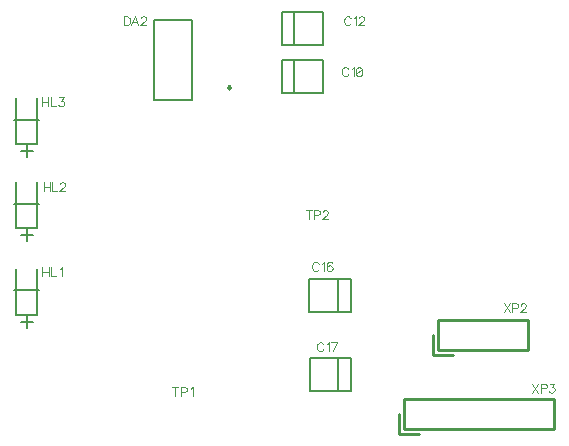
<source format=gto>
G04 Rezonit PCAD EXPORT*
G04 layer position = 4*
G04 layer base position = 4*
G04 layer type = 6*
G04 layer flash color = 12*
G04 layer line color = 12*
G04*
G04  File:            M_RPL_9092_R2.GTO, Wed Nov 08 12:16:35 2023*
G04  Source:          P-CAD 2006 PCB, Version 19.02.958, (S:\Ïðîåêòû\GIT\R_DX_DXE_âçðûâîçàùèùåííûé_ïóëüò\Pcb\Pcad\M_Rpl_9092_r2.pcb)*
G04  Format:          Gerber Format (RS-274-D), ASCII*
G04*
G04  Format Options:  Absolute Positioning*
G04                   Leading-Zero Suppression*
G04                   Scale Factor 1:1*
G04                   NO Circular Interpolation*
G04                   Millimeter Units*
G04                   Numeric Format: 4.4 (XXXX.XXXX)*
G04                   G54 NOT Used for Aperture Change*
G04                   Apertures Embedded*
G04*
G04  File Options:    Offset = (0.000mm,0.000mm)*
G04                   Drill Symbol Size = 0.000mm*
G04                   No Pad/Via Holes*
G04*
G04  File Contents:   No Pads*
G04                   No Vias*
G04                   Designators*
G04                   No Types*
G04                   No Values*
G04                   No Drill Symbols*
G04                   Top Silk*
G04*
%INM_RPL_9092_R2.GTO*%
%ICAS*%
%MOMM*%
G04*
G04  Aperture MACROs for general use --- invoked via D-code assignment *
G04*
G04  General MACRO for flashed round with rotation and/or offset hole *
%AMROTOFFROUND*
1,1,$1,0.0000,0.0000*
1,0,$2,$3,$4*%
G04*
G04  General MACRO for flashed oval (obround) with rotation and/or offset hole *
%AMROTOFFOVAL*
21,1,$1,$2,0.0000,0.0000,$3*
1,1,$4,$5,$6*
1,1,$4,0-$5,0-$6*
1,0,$7,$8,$9*%
G04*
G04  General MACRO for flashed oval (obround) with rotation and no hole *
%AMROTOVALNOHOLE*
21,1,$1,$2,0.0000,0.0000,$3*
1,1,$4,$5,$6*
1,1,$4,0-$5,0-$6*%
G04*
G04  General MACRO for flashed rectangle with rotation and/or offset hole *
%AMROTOFFRECT*
21,1,$1,$2,0.0000,0.0000,$3*
1,0,$4,$5,$6*%
G04*
G04  General MACRO for flashed rectangle with rotation and no hole *
%AMROTRECTNOHOLE*
21,1,$1,$2,0.0000,0.0000,$3*%
G04*
G04  General MACRO for flashed rounded-rectangle *
%AMROUNDRECT*
21,1,$1,$2-$4,0.0000,0.0000,$3*
21,1,$1-$4,$2,0.0000,0.0000,$3*
1,1,$4,$5,$6*
1,1,$4,$7,$8*
1,1,$4,0-$5,0-$6*
1,1,$4,0-$7,0-$8*
1,0,$9,$10,$11*%
G04*
G04  General MACRO for flashed rounded-rectangle with rotation and no hole *
%AMROUNDRECTNOHOLE*
21,1,$1,$2-$4,0.0000,0.0000,$3*
21,1,$1-$4,$2,0.0000,0.0000,$3*
1,1,$4,$5,$6*
1,1,$4,$7,$8*
1,1,$4,0-$5,0-$6*
1,1,$4,0-$7,0-$8*%
G04*
G04  General MACRO for flashed regular polygon *
%AMREGPOLY*
5,1,$1,0.0000,0.0000,$2,$3+$4*
1,0,$5,$6,$7*%
G04*
G04  General MACRO for flashed regular polygon with no hole *
%AMREGPOLYNOHOLE*
5,1,$1,0.0000,0.0000,$2,$3+$4*%
G04*
G04  General MACRO for target *
%AMTARGET*
6,0,0,$1,$2,$3,4,$4,$5,$6*%
G04*
G04  General MACRO for mounting hole *
%AMMTHOLE*
1,1,$1,0,0*
1,0,$2,0,0*
$1=$1-$2*
$1=$1/2*
21,1,$2+$1,$3,0,0,$4*
21,1,$3,$2+$1,0,0,$4*%
G04*
G04*
G04  D10 : "Ellipse X0.001mm Y0.001mm H0.000mm 0.0deg (0.000mm,0.000mm) Draw"*
G04  Disc: OuterDia=0.0010*
%ADD10C, 0.0010*%
G04  D11 : "Ellipse X0.254mm Y0.254mm H0.000mm 0.0deg (0.000mm,0.000mm) Draw"*
G04  Disc: OuterDia=0.2540*
%ADD11C, 0.2540*%
G04  D12 : "Ellipse X0.381mm Y0.381mm H0.000mm 0.0deg (0.000mm,0.000mm) Draw"*
G04  Disc: OuterDia=0.3810*
%ADD12C, 0.3810*%
G04  D13 : "Ellipse X0.400mm Y0.400mm H0.000mm 0.0deg (0.000mm,0.000mm) Draw"*
G04  Disc: OuterDia=0.4000*
%ADD13C, 0.4000*%
G04  D14 : "Ellipse X0.100mm Y0.100mm H0.000mm 0.0deg (0.000mm,0.000mm) Draw"*
G04  Disc: OuterDia=0.1000*
%ADD14C, 0.1000*%
G04  D15 : "Ellipse X1.000mm Y1.000mm H0.000mm 0.0deg (0.000mm,0.000mm) Draw"*
G04  Disc: OuterDia=1.0000*
%ADD15C, 1.0000*%
G04  D16 : "Ellipse X0.127mm Y0.127mm H0.000mm 0.0deg (0.000mm,0.000mm) Draw"*
G04  Disc: OuterDia=0.1270*
%ADD16C, 0.1270*%
G04  D17 : "Ellipse X0.150mm Y0.150mm H0.000mm 0.0deg (0.000mm,0.000mm) Draw"*
G04  Disc: OuterDia=0.1500*
%ADD17C, 0.1500*%
G04  D18 : "Ellipse X0.154mm Y0.154mm H0.000mm 0.0deg (0.000mm,0.000mm) Draw"*
G04  Disc: OuterDia=0.1540*
%ADD18C, 0.1540*%
G04  D19 : "Ellipse X0.200mm Y0.200mm H0.000mm 0.0deg (0.000mm,0.000mm) Draw"*
G04  Disc: OuterDia=0.2000*
%ADD19C, 0.2000*%
G04  D20 : "Ellipse X0.250mm Y0.250mm H0.000mm 0.0deg (0.000mm,0.000mm) Draw"*
G04  Disc: OuterDia=0.2500*
%ADD20C, 0.2500*%
G04  D21 : "Ellipse X3.152mm Y3.152mm H0.000mm 0.0deg (0.000mm,0.000mm) Flash"*
G04  Disc: OuterDia=3.1520*
%ADD21C, 3.1520*%
G04  D22 : "Ellipse X0.952mm Y0.952mm H0.000mm 0.0deg (0.000mm,0.000mm) Flash"*
G04  Disc: OuterDia=0.9520*
%ADD22C, 0.9520*%
G04  D23 : "Ellipse X1.524mm Y1.524mm H0.000mm 0.0deg (0.000mm,0.000mm) Flash"*
G04  Disc: OuterDia=1.5240*
%ADD23C, 1.5240*%
G04  D24 : "Ellipse X1.600mm Y1.600mm H0.000mm 0.0deg (0.000mm,0.000mm) Flash"*
G04  Disc: OuterDia=1.6000*
%ADD24C, 1.6000*%
G04  D25 : "Ellipse X1.676mm Y1.676mm H0.000mm 0.0deg (0.000mm,0.000mm) Flash"*
G04  Disc: OuterDia=1.6760*
%ADD25C, 1.6760*%
G04  D26 : "Ellipse X1.752mm Y1.752mm H0.000mm 0.0deg (0.000mm,0.000mm) Flash"*
G04  Disc: OuterDia=1.7520*
%ADD26C, 1.7520*%
G04  D27 : "Mounting Hole X3.000mm Y3.000mm H0.000mm 0.0deg (0.000mm,0.000mm) Flash"*
G04  Mounting Hole: Diameter=3.0000, Rotation=0.0, LineWidth=0.1270 *
%ADD27MTHOLE, 3.0000 X2.4920 X0.1270 X0.0*%
G04  D28 : "Mounting Hole X0.800mm Y0.800mm H0.000mm 0.0deg (0.000mm,0.000mm) Flash"*
G04  Mounting Hole: Diameter=0.8000, Rotation=0.0, LineWidth=0.1270 *
%ADD28MTHOLE, 0.8000 X0.2920 X0.1270 X0.0*%
G04  D29 : "Oval X0.500mm Y2.600mm H0.000mm 0.0deg (0.000mm,0.000mm) Flash"*
G04  Obround: DimX=0.5000, DimY=2.6000, Rotation=0.0, OffsetX=0.0000, OffsetY=0.0000, HoleDia=0.0000 *
%ADD29O, 0.5000 X2.6000*%
G04  D30 : "Oval X0.652mm Y2.752mm H0.000mm 0.0deg (0.000mm,0.000mm) Flash"*
G04  Obround: DimX=0.6520, DimY=2.7520, Rotation=0.0, OffsetX=0.0000, OffsetY=0.0000, HoleDia=0.0000 *
%ADD30O, 0.6520 X2.7520*%
G04  D31 : "Oval X0.280mm Y1.000mm H0.000mm 135.0deg (0.000mm,0.000mm) Flash"*
G04  Obround: DimX=0.2800, DimY=1.0000, Rotation=135.0, OffsetX=0.0000, OffsetY=0.0000, HoleDia=0.0000 *
%ADD31ROTOVALNOHOLE, 0.2800 X0.7200 X135.0 X0.2800 X0.2546 X0.2546*%
G04  D32 : "Oval X0.280mm Y1.000mm H0.000mm 225.0deg (0.000mm,0.000mm) Flash"*
G04  Obround: DimX=0.2800, DimY=1.0000, Rotation=225.0, OffsetX=0.0000, OffsetY=0.0000, HoleDia=0.0000 *
%ADD32ROTOVALNOHOLE, 0.2800 X0.7200 X225.0 X0.2800 X-0.2546 X0.2546*%
G04  D33 : "Oval X0.432mm Y1.152mm H0.000mm 135.0deg (0.000mm,0.000mm) Flash"*
G04  Obround: DimX=0.4320, DimY=1.1520, Rotation=135.0, OffsetX=0.0000, OffsetY=0.0000, HoleDia=0.0000 *
%ADD33ROTOVALNOHOLE, 0.4320 X0.7200 X135.0 X0.4320 X0.2546 X0.2546*%
G04  D34 : "Oval X0.432mm Y1.152mm H0.000mm 225.0deg (0.000mm,0.000mm) Flash"*
G04  Obround: DimX=0.4320, DimY=1.1520, Rotation=225.0, OffsetX=0.0000, OffsetY=0.0000, HoleDia=0.0000 *
%ADD34ROTOVALNOHOLE, 0.4320 X0.7200 X225.0 X0.4320 X-0.2546 X0.2546*%
G04  D35 : "Oval X2.032mm Y0.660mm H0.000mm 0.0deg (0.000mm,0.000mm) Flash"*
G04  Obround: DimX=2.0320, DimY=0.6604, Rotation=0.0, OffsetX=0.0000, OffsetY=0.0000, HoleDia=0.0000 *
%ADD35O, 2.0320 X0.6604*%
G04  D36 : "Oval X0.660mm Y2.032mm H0.000mm 0.0deg (0.000mm,0.000mm) Flash"*
G04  Obround: DimX=0.6604, DimY=2.0320, Rotation=0.0, OffsetX=0.0000, OffsetY=0.0000, HoleDia=0.0000 *
%ADD36O, 0.6604 X2.0320*%
G04  D37 : "Oval X2.184mm Y0.812mm H0.000mm 0.0deg (0.000mm,0.000mm) Flash"*
G04  Obround: DimX=2.1840, DimY=0.8124, Rotation=0.0, OffsetX=0.0000, OffsetY=0.0000, HoleDia=0.0000 *
%ADD37O, 2.1840 X0.8124*%
G04  D38 : "Oval X0.812mm Y2.184mm H0.000mm 0.0deg (0.000mm,0.000mm) Flash"*
G04  Obround: DimX=0.8124, DimY=2.1840, Rotation=0.0, OffsetX=0.0000, OffsetY=0.0000, HoleDia=0.0000 *
%ADD38O, 0.8124 X2.1840*%
G04  D39 : "Rounded Rectangle X3.200mm Y3.200mm H0.000mm 225.0deg (0.000mm,0.000mm) Flash"*
G04  RoundRct: DimX=3.2000, DimY=3.2000, CornerRad=0.8000, Rotation=225.0, OffsetX=0.0000, OffsetY=0.0000, HoleDia=0.0000 *
%ADD39ROUNDRECTNOHOLE, 3.2000 X3.2000 X225.0 X1.6000 X0.0000 X1.1314 X1.1314 X-0.0000*%
G04  D40 : "Rounded Rectangle X3.352mm Y3.352mm H0.000mm 225.0deg (0.000mm,0.000mm) Flash"*
G04  RoundRct: DimX=3.3520, DimY=3.3520, CornerRad=0.8380, Rotation=225.0, OffsetX=0.0000, OffsetY=0.0000, HoleDia=0.0000 *
%ADD40ROUNDRECTNOHOLE, 3.3520 X3.3520 X225.0 X1.6760 X0.0000 X1.1851 X1.1851 X-0.0000*%
G04  D41 : "Rounded Rectangle X1.500mm Y0.660mm H0.000mm 0.0deg (0.000mm,0.000mm) Flash"*
G04  RoundRct: DimX=1.5000, DimY=0.6604, CornerRad=0.1651, Rotation=0.0, OffsetX=0.0000, OffsetY=0.0000, HoleDia=0.0000 *
%ADD41ROUNDRECTNOHOLE, 1.5000 X0.6604 X0.0 X0.3302 X-0.5849 X-0.1651 X-0.5849 X0.1651*%
G04  D42 : "Rounded Rectangle X1.652mm Y0.812mm H0.000mm 0.0deg (0.000mm,0.000mm) Flash"*
G04  RoundRct: DimX=1.6520, DimY=0.8124, CornerRad=0.2031, Rotation=0.0, OffsetX=0.0000, OffsetY=0.0000, HoleDia=0.0000 *
%ADD42ROUNDRECTNOHOLE, 1.6520 X0.8124 X0.0 X0.4062 X-0.6229 X-0.2031 X-0.6229 X0.2031*%
G04  D43 : "Rectangle X0.500mm Y2.600mm H0.000mm 0.0deg (0.000mm,0.000mm) Flash"*
G04  Rectangular: DimX=0.5000, DimY=2.6000, Rotation=0.0, OffsetX=0.0000, OffsetY=0.0000, HoleDia=0.0000 *
%ADD43R, 0.5000 X2.6000*%
G04  D44 : "Rectangle X0.652mm Y2.752mm H0.000mm 0.0deg (0.000mm,0.000mm) Flash"*
G04  Rectangular: DimX=0.6520, DimY=2.7520, Rotation=0.0, OffsetX=0.0000, OffsetY=0.0000, HoleDia=0.0000 *
%ADD44R, 0.6520 X2.7520*%
G04  D45 : "Rectangle X0.280mm Y1.000mm H0.000mm 225.0deg (0.000mm,0.000mm) Flash"*
G04  Rectangular: DimX=0.2800, DimY=1.0000, Rotation=225.0, OffsetX=0.0000, OffsetY=0.0000, HoleDia=0.0000 *
%ADD45ROTRECTNOHOLE, 0.2800 X1.0000 X225.0*%
G04  D46 : "Rectangle X2.150mm Y3.500mm H0.000mm 0.0deg (0.000mm,0.000mm) Flash"*
G04  Rectangular: DimX=2.1500, DimY=3.5000, Rotation=0.0, OffsetX=0.0000, OffsetY=0.0000, HoleDia=0.0000 *
%ADD46R, 2.1500 X3.5000*%
G04  D47 : "Rectangle X2.302mm Y3.652mm H0.000mm 0.0deg (0.000mm,0.000mm) Flash"*
G04  Rectangular: DimX=2.3020, DimY=3.6520, Rotation=0.0, OffsetX=0.0000, OffsetY=0.0000, HoleDia=0.0000 *
%ADD47R, 2.3020 X3.6520*%
G04  D48 : "Rectangle X0.402mm Y1.752mm H0.000mm 0.0deg (0.000mm,0.000mm) Flash"*
G04  Rectangular: DimX=0.4020, DimY=1.7520, Rotation=0.0, OffsetX=0.0000, OffsetY=0.0000, HoleDia=0.0000 *
%ADD48R, 0.4020 X1.7520*%
G04  D49 : "Rectangle X1.752mm Y0.402mm H0.000mm 0.0deg (0.000mm,0.000mm) Flash"*
G04  Rectangular: DimX=1.7520, DimY=0.4020, Rotation=0.0, OffsetX=0.0000, OffsetY=0.0000, HoleDia=0.0000 *
%ADD49R, 1.7520 X0.4020*%
G04  D50 : "Rectangle X0.432mm Y1.152mm H0.000mm 225.0deg (0.000mm,0.000mm) Flash"*
G04  Rectangular: DimX=0.4320, DimY=1.1520, Rotation=225.0, OffsetX=0.0000, OffsetY=0.0000, HoleDia=0.0000 *
%ADD50ROTRECTNOHOLE, 0.4320 X1.1520 X225.0*%
G04  D51 : "Rectangle X1.100mm Y4.600mm H0.000mm 0.0deg (0.000mm,0.000mm) Flash"*
G04  Rectangular: DimX=1.1000, DimY=4.6000, Rotation=0.0, OffsetX=0.0000, OffsetY=0.0000, HoleDia=0.0000 *
%ADD51R, 1.1000 X4.6000*%
G04  D52 : "Rectangle X1.252mm Y4.752mm H0.000mm 0.0deg (0.000mm,0.000mm) Flash"*
G04  Rectangular: DimX=1.2520, DimY=4.7520, Rotation=0.0, OffsetX=0.0000, OffsetY=0.0000, HoleDia=0.0000 *
%ADD52R, 1.2520 X4.7520*%
G04  D53 : "Rectangle X1.100mm Y1.200mm H0.000mm 0.0deg (0.000mm,0.000mm) Flash"*
G04  Rectangular: DimX=1.1000, DimY=1.2000, Rotation=0.0, OffsetX=0.0000, OffsetY=0.0000, HoleDia=0.0000 *
%ADD53R, 1.1000 X1.2000*%
G04  D54 : "Rectangle X1.200mm Y1.100mm H0.000mm 0.0deg (0.000mm,0.000mm) Flash"*
G04  Rectangular: DimX=1.2000, DimY=1.1000, Rotation=0.0, OffsetX=0.0000, OffsetY=0.0000, HoleDia=0.0000 *
%ADD54R, 1.2000 X1.1000*%
G04  D55 : "Rectangle X2.150mm Y1.100mm H0.000mm 0.0deg (0.000mm,0.000mm) Flash"*
G04  Rectangular: DimX=2.1500, DimY=1.1000, Rotation=0.0, OffsetX=0.0000, OffsetY=0.0000, HoleDia=0.0000 *
%ADD55R, 2.1500 X1.1000*%
G04  D56 : "Rectangle X2.150mm Y1.100mm H0.000mm 0.0deg (0.000mm,0.000mm) Flash"*
G04  Rectangular: DimX=2.1500, DimY=1.1000, Rotation=0.0, OffsetX=0.0000, OffsetY=0.0000, HoleDia=0.0000 *
%ADD56R, 2.1500 X1.1000*%
G04  D57 : "Rectangle X1.200mm Y1.200mm H0.000mm 0.0deg (0.000mm,0.000mm) Flash"*
G04  Square: Side=1.2000, Rotation=0.0, OffsetX=0.0000, OffsetY=0.0000, HoleDia=0.0000*
%ADD57R, 1.2000 X1.2000*%
G04  D58 : "Rectangle X1.252mm Y1.352mm H0.000mm 0.0deg (0.000mm,0.000mm) Flash"*
G04  Rectangular: DimX=1.2520, DimY=1.3520, Rotation=0.0, OffsetX=0.0000, OffsetY=0.0000, HoleDia=0.0000 *
%ADD58R, 1.2520 X1.3520*%
G04  D59 : "Rectangle X1.352mm Y1.252mm H0.000mm 0.0deg (0.000mm,0.000mm) Flash"*
G04  Rectangular: DimX=1.3520, DimY=1.2520, Rotation=0.0, OffsetX=0.0000, OffsetY=0.0000, HoleDia=0.0000 *
%ADD59R, 1.3520 X1.2520*%
G04  D60 : "Rectangle X2.302mm Y1.252mm H0.000mm 0.0deg (0.000mm,0.000mm) Flash"*
G04  Rectangular: DimX=2.3020, DimY=1.2520, Rotation=0.0, OffsetX=0.0000, OffsetY=0.0000, HoleDia=0.0000 *
%ADD60R, 2.3020 X1.2520*%
G04  D61 : "Rectangle X2.302mm Y1.252mm H0.000mm 0.0deg (0.000mm,0.000mm) Flash"*
G04  Rectangular: DimX=2.3020, DimY=1.2520, Rotation=0.0, OffsetX=0.0000, OffsetY=0.0000, HoleDia=0.0000 *
%ADD61R, 2.3020 X1.2520*%
G04  D62 : "Rectangle X1.352mm Y1.352mm H0.000mm 0.0deg (0.000mm,0.000mm) Flash"*
G04  Square: Side=1.3520, Rotation=0.0, OffsetX=0.0000, OffsetY=0.0000, HoleDia=0.0000*
%ADD62R, 1.3520 X1.3520*%
G04  D63 : "Rectangle X1.500mm Y0.660mm H0.000mm 0.0deg (0.000mm,0.000mm) Flash"*
G04  Rectangular: DimX=1.5000, DimY=0.6604, Rotation=0.0, OffsetX=0.0000, OffsetY=0.0000, HoleDia=0.0000 *
%ADD63R, 1.5000 X0.6604*%
G04  D64 : "Rectangle X1.600mm Y1.600mm H0.000mm 0.0deg (0.000mm,0.000mm) Flash"*
G04  Square: Side=1.6000, Rotation=0.0, OffsetX=0.0000, OffsetY=0.0000, HoleDia=0.0000*
%ADD64R, 1.6000 X1.6000*%
G04  D65 : "Rectangle X1.652mm Y0.812mm H0.000mm 0.0deg (0.000mm,0.000mm) Flash"*
G04  Rectangular: DimX=1.6520, DimY=0.8124, Rotation=0.0, OffsetX=0.0000, OffsetY=0.0000, HoleDia=0.0000 *
%ADD65R, 1.6520 X0.8124*%
G04  D66 : "Rectangle X1.752mm Y1.752mm H0.000mm 0.0deg (0.000mm,0.000mm) Flash"*
G04  Square: Side=1.7520, Rotation=0.0, OffsetX=0.0000, OffsetY=0.0000, HoleDia=0.0000*
%ADD66R, 1.7520 X1.7520*%
G04  D67 : "Rectangle X2.032mm Y0.660mm H0.000mm 0.0deg (0.000mm,0.000mm) Flash"*
G04  Rectangular: DimX=2.0320, DimY=0.6604, Rotation=0.0, OffsetX=0.0000, OffsetY=0.0000, HoleDia=0.0000 *
%ADD67R, 2.0320 X0.6604*%
G04  D68 : "Rectangle X0.660mm Y2.032mm H0.000mm 0.0deg (0.000mm,0.000mm) Flash"*
G04  Rectangular: DimX=0.6604, DimY=2.0320, Rotation=0.0, OffsetX=0.0000, OffsetY=0.0000, HoleDia=0.0000 *
%ADD68R, 0.6604 X2.0320*%
G04  D69 : "Rectangle X2.184mm Y0.812mm H0.000mm 0.0deg (0.000mm,0.000mm) Flash"*
G04  Rectangular: DimX=2.1840, DimY=0.8124, Rotation=0.0, OffsetX=0.0000, OffsetY=0.0000, HoleDia=0.0000 *
%ADD69R, 2.1840 X0.8124*%
G04  D70 : "Rectangle X0.812mm Y2.184mm H0.000mm 0.0deg (0.000mm,0.000mm) Flash"*
G04  Rectangular: DimX=0.8124, DimY=2.1840, Rotation=0.0, OffsetX=0.0000, OffsetY=0.0000, HoleDia=0.0000 *
%ADD70R, 0.8124 X2.1840*%
G04  D71 : "Rectangle X1.600mm Y2.200mm H0.000mm 0.0deg (0.000mm,0.000mm) Flash"*
G04  Rectangular: DimX=1.6000, DimY=2.2000, Rotation=0.0, OffsetX=0.0000, OffsetY=0.0000, HoleDia=0.0000 *
%ADD71R, 1.6000 X2.2000*%
G04  D72 : "Rectangle X0.250mm Y1.600mm H0.000mm 0.0deg (0.000mm,0.000mm) Flash"*
G04  Rectangular: DimX=0.2500, DimY=1.6000, Rotation=0.0, OffsetX=0.0000, OffsetY=0.0000, HoleDia=0.0000 *
%ADD72R, 0.2500 X1.6000*%
G04  D73 : "Rectangle X1.600mm Y0.250mm H0.000mm 0.0deg (0.000mm,0.000mm) Flash"*
G04  Rectangular: DimX=1.6000, DimY=0.2500, Rotation=0.0, OffsetX=0.0000, OffsetY=0.0000, HoleDia=0.0000 *
%ADD73R, 1.6000 X0.2500*%
G04  D74 : "Rectangle X1.800mm Y2.400mm H0.000mm 0.0deg (0.000mm,0.000mm) Flash"*
G04  Rectangular: DimX=1.8000, DimY=2.4000, Rotation=0.0, OffsetX=0.0000, OffsetY=0.0000, HoleDia=0.0000 *
%ADD74R, 1.8000 X2.4000*%
G04  D75 : "Ellipse X1.000mm Y1.000mm H0.000mm 0.0deg (0.000mm,0.000mm) Flash"*
G04  Disc: OuterDia=1.0000*
%ADD75C, 1.0000*%
G04  D76 : "Ellipse X1.152mm Y1.152mm H0.000mm 0.0deg (0.000mm,0.000mm) Flash"*
G04  Disc: OuterDia=1.1520*
%ADD76C, 1.1520*%
G04*
%FSLAX44Y44*%
%SFA1B1*%
%OFA0.000B0.000*%
G04*
G71*
G90*
G01*
D2*
%LNTop Silk*%
D14*
X6892857Y10347821*
Y10340321D1*
X6890357Y10347821D2*
X6895357D1*
X6897499Y10343892D2*
X6900714D1*
X6901785Y10344250*
X6902142Y10344607*
X6902499Y10345321*
Y10346392*
X6902142Y10347107*
X6901785Y10347464*
X6900714Y10347821*
X6897499*
Y10340321*
X6904642Y10346035D2*
Y10346392D1*
X6904999Y10347107*
X6905357Y10347464*
X6906071Y10347821*
X6907499*
X6908214Y10347464*
X6908571Y10347107*
X6908928Y10346392*
Y10345678*
X6908571Y10344964*
X6907857Y10343892*
X6904285Y10340321*
X6909285*
D2*
D17*
X6663000Y10259500*
X6645000D1*
D2*
D16*
X6648920Y10253600*
X6657810D1*
X6659080*
X6654000Y10248520D2*
Y10258680D1*
D2*
D17*
X6643600Y10280500*
X6664600D1*
X6663000Y10298500D2*
Y10259500D1*
X6645000D2*
Y10298500D1*
D2*
D14*
X6667350Y10299485*
Y10291835D1*
X6672450Y10299485D2*
Y10291835D1*
X6667350Y10295842D2*
X6672450D1*
X6674635Y10299485D2*
Y10291835D1*
X6679007*
X6681921Y10298028D2*
X6682649Y10298392D1*
X6683742Y10299485*
Y10291835*
D2*
D17*
X6663000Y10332500*
X6645000D1*
D2*
D16*
X6648920Y10326600*
X6657810D1*
X6659080*
X6654000Y10321520D2*
Y10331680D1*
D2*
D17*
X6643600Y10353500*
X6664600D1*
X6663000Y10371500D2*
Y10332500D1*
X6645000D2*
Y10371500D1*
D2*
D14*
X6668275Y10371464*
Y10363830D1*
X6673364Y10371464D2*
Y10363830D1*
X6668275Y10367829D2*
X6673364D1*
X6675545Y10371464D2*
Y10363830D1*
X6679908*
X6682089Y10369646D2*
Y10370010D1*
X6682452Y10370737*
X6682816Y10371100*
X6683543Y10371464*
X6684997*
X6685724Y10371100*
X6686087Y10370737*
X6686451Y10370010*
Y10369283*
X6686087Y10368556*
X6685360Y10367465*
X6681725Y10363830*
X6686815*
D2*
D17*
X6663000Y10403500*
X6645000D1*
D2*
D16*
X6648920Y10397600*
X6657810D1*
X6659080*
X6654000Y10392520D2*
Y10402680D1*
D2*
D17*
X6643600Y10424500*
X6664600D1*
X6663000Y10442500D2*
Y10403500D1*
X6645000D2*
Y10442500D1*
D2*
D14*
X6667275Y10443464*
Y10435830D1*
X6672364Y10443464D2*
Y10435830D1*
X6667275Y10439829D2*
X6672364D1*
X6674545Y10443464D2*
Y10435830D1*
X6678908*
X6681452Y10443464D2*
X6685451D1*
X6683270Y10440556*
X6684360*
X6685087Y10440192*
X6685451Y10439829*
X6685815Y10438738*
Y10438011*
X6685451Y10436920*
X6684724Y10436193*
X6683633Y10435830*
X6682543*
X6681452Y10436193*
X6681089Y10436557*
X6680725Y10437284*
X6779915Y10198025D2*
Y10190372D1*
X6777364Y10198025D2*
X6782466D1*
X6784653Y10194016D2*
X6787932D1*
X6789026Y10194381*
X6789390Y10194745*
X6789755Y10195474*
Y10196567*
X6789390Y10197296*
X6789026Y10197661*
X6787932Y10198025*
X6784653*
Y10190372*
X6792670Y10196567D2*
X6793399Y10196932D1*
X6794492Y10198025*
Y10190372*
D2*
D17*
X6869800Y10447000*
Y10475000D1*
D2*
D19*
X6880700Y10474700*
Y10447300D1*
D2*
D17*
X6904800Y10447000*
Y10475000D1*
Y10447000D2*
X6869800D1*
Y10475000D2*
X6904800D1*
D2*
D14*
X6926268Y10467196*
X6925904Y10467925D1*
X6925176Y10468653*
X6924448Y10469017*
X6922991*
X6922263Y10468653*
X6921535Y10467925*
X6921170Y10467196*
X6920806Y10466104*
Y10464283*
X6921170Y10463191*
X6921535Y10462462*
X6922263Y10461734*
X6922991Y10461370*
X6924448*
X6925176Y10461734*
X6925904Y10462462*
X6926268Y10463191*
X6929182Y10467560D2*
X6929910Y10467925D1*
X6931002Y10469017*
Y10461370*
X6935008Y10469017D2*
X6933915Y10468653D1*
X6933187Y10467560*
X6932823Y10465740*
Y10464647*
X6933187Y10462827*
X6933915Y10461734*
X6935008Y10461370*
X6935736*
X6936829Y10461734*
X6937557Y10462827*
X6937921Y10464647*
Y10465740*
X6937557Y10467560*
X6936829Y10468653*
X6935736Y10469017*
X6935008*
X6937557Y10467560D2*
X6933187Y10462827D1*
D2*
D17*
X6928200Y10290000*
Y10262000D1*
D2*
D19*
X6917300Y10262300*
Y10289700D1*
D2*
D17*
X6893200Y10290000*
Y10262000D1*
Y10290000D2*
X6928200D1*
Y10262000D2*
X6893200D1*
D2*
D14*
X6901268Y10302196*
X6900904Y10302925D1*
X6900176Y10303653*
X6899448Y10304017*
X6897991*
X6897263Y10303653*
X6896535Y10302925*
X6896170Y10302196*
X6895806Y10301104*
Y10299283*
X6896170Y10298191*
X6896535Y10297462*
X6897263Y10296734*
X6897991Y10296370*
X6899448*
X6900176Y10296734*
X6900904Y10297462*
X6901268Y10298191*
X6904182Y10302560D2*
X6904910Y10302925D1*
X6906002Y10304017*
Y10296370*
X6912557Y10302925D2*
X6912193Y10303653D1*
X6911100Y10304017*
X6910372*
X6909280Y10303653*
X6908551Y10302560*
X6908187Y10300740*
Y10298919*
X6908551Y10297462*
X6909280Y10296734*
X6910372Y10296370*
X6910736*
X6911829Y10296734*
X6912557Y10297462*
X6912921Y10298555*
Y10298919*
X6912557Y10300011*
X6911829Y10300740*
X6910736Y10301104*
X6910372*
X6909280Y10300740*
X6908551Y10300011*
X6908187Y10298919*
D2*
D17*
X6928700Y10222500*
Y10194500D1*
D2*
D19*
X6917800Y10194800*
Y10222200D1*
D2*
D17*
X6893700Y10222500*
Y10194500D1*
Y10222500D2*
X6928700D1*
Y10194500D2*
X6893700D1*
D2*
D14*
X6905268Y10234196*
X6904904Y10234925D1*
X6904176Y10235653*
X6903448Y10236017*
X6901991*
X6901263Y10235653*
X6900535Y10234925*
X6900170Y10234196*
X6899806Y10233104*
Y10231283*
X6900170Y10230191*
X6900535Y10229462*
X6901263Y10228734*
X6901991Y10228370*
X6903448*
X6904176Y10228734*
X6904904Y10229462*
X6905268Y10230191*
X6908182Y10234560D2*
X6908910Y10234925D1*
X6910002Y10236017*
Y10228370*
X6913280D2*
X6916921Y10236017D1*
X6911823*
D2*
D17*
X6869800Y10488000*
Y10516000D1*
D2*
D19*
X6880700Y10515700*
Y10488300D1*
D2*
D17*
X6904800Y10488000*
Y10516000D1*
Y10488000D2*
X6869800D1*
Y10516000D2*
X6904800D1*
D2*
D14*
X6928268Y10510196*
X6927904Y10510925D1*
X6927176Y10511653*
X6926448Y10512017*
X6924991*
X6924263Y10511653*
X6923535Y10510925*
X6923170Y10510196*
X6922806Y10509104*
Y10507283*
X6923170Y10506191*
X6923535Y10505462*
X6924263Y10504734*
X6924991Y10504370*
X6926448*
X6927176Y10504734*
X6927904Y10505462*
X6928268Y10506191*
X6931182Y10510560D2*
X6931910Y10510925D1*
X6933002Y10512017*
Y10504370*
X6935187Y10510196D2*
Y10510560D1*
X6935551Y10511289*
X6935915Y10511653*
X6936644Y10512017*
X6938100*
X6938829Y10511653*
X6939193Y10511289*
X6939557Y10510560*
Y10509832*
X6939193Y10509104*
X6938464Y10508011*
X6934823Y10504370*
X6939921*
D2*
D11*
X7100300Y10187700*
Y10162300D1*
X6969490Y10175000D2*
Y10158490D1*
X6986000*
X6973300Y10162300D2*
Y10187700D1*
X7100300Y10162300D2*
X6973300D1*
Y10187700D2*
X7100300D1*
D2*
D14*
X7081733Y10200996*
X7086820Y10193365D1*
Y10200996D2*
X7081733Y10193365D1*
X7089001Y10196999D2*
X7092271D1*
X7093362Y10197362*
X7093725Y10197726*
X7094088Y10198452*
Y10199543*
X7093725Y10200270*
X7093362Y10200633*
X7092271Y10200996*
X7089001*
Y10193365*
X7096632Y10200996D2*
X7100630D1*
X7098449Y10198089*
X7099539*
X7100266Y10197726*
X7100630Y10197362*
X7100993Y10196272*
Y10195545*
X7100630Y10194455*
X7099903Y10193728*
X7098813Y10193365*
X7097722*
X7096632Y10193728*
X7096269Y10194092*
X7095905Y10194818*
D2*
D11*
X7078347Y10254680*
Y10229280D1*
X6998337Y10241980D2*
Y10225470D1*
X7014847*
X7002147Y10229280D2*
Y10254680D1*
X7078347*
Y10229280D2*
X7002147D1*
D2*
D14*
X7057733Y10268996*
X7062820Y10261365D1*
Y10268996D2*
X7057733Y10261365D1*
X7065001Y10264999D2*
X7068271D1*
X7069362Y10265362*
X7069725Y10265726*
X7070088Y10266452*
Y10267543*
X7069725Y10268270*
X7069362Y10268633*
X7068271Y10268996*
X7065001*
Y10261365*
X7072269Y10267179D2*
Y10267543D1*
X7072632Y10268270*
X7072996Y10268633*
X7073722Y10268996*
X7075176*
X7075903Y10268633*
X7076266Y10268270*
X7076630Y10267543*
Y10266816*
X7076266Y10266089*
X7075539Y10264999*
X7071905Y10261365*
X7076993*
D2*
D20*
X6825250Y10453250*
X6824000Y10452000D1*
X6825250Y10450750*
X6826500Y10452000*
X6825250Y10453250*
D2*
D19*
X6794250Y10508500*
X6761750D1*
X6794250Y10441500D2*
X6761750D1*
X6794250D2*
Y10508500D1*
X6761750Y10441500D2*
Y10508500D1*
D2*
D14*
X6736453Y10511996*
Y10504365D1*
X6738997*
X6740087Y10504728*
X6740814Y10505455*
X6741177Y10506182*
X6741541Y10507272*
Y10509089*
X6741177Y10510179*
X6740814Y10510906*
X6740087Y10511633*
X6738997Y10511996*
X6736453*
X6748446Y10504365D2*
X6745538Y10511996D1*
X6742631Y10504365*
X6743721Y10506909D2*
X6747355D1*
X6750626Y10510179D2*
Y10510543D1*
X6750989Y10511270*
X6751353Y10511633*
X6752080Y10511996*
X6753533*
X6754260Y10511633*
X6754623Y10511270*
X6754987Y10510543*
Y10509816*
X6754623Y10509089*
X6753897Y10507999*
X6750263Y10504365*
X6755350*
D2*
D11*
D02M02*

</source>
